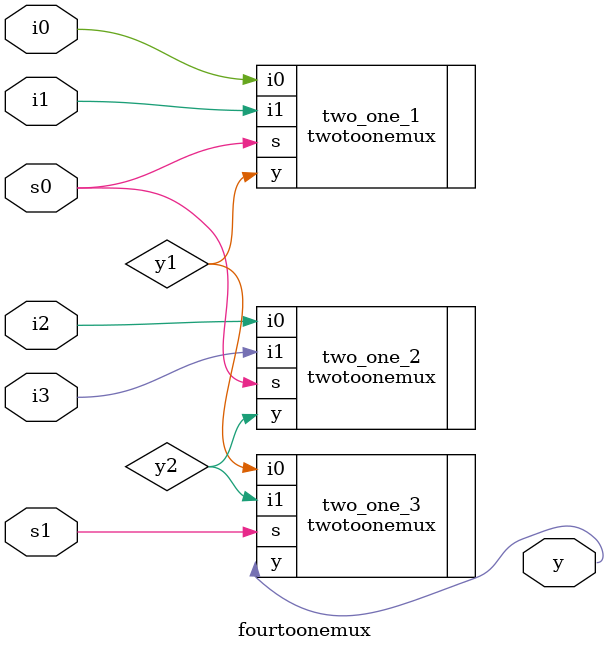
<source format=sv>
`timescale 1ns / 1ps


module fourtoonemux(
    input s0, s1, i0, i1, i2, i3,
    output y
    );
    logic y1, y2;
    twotoonemux two_one_1(
        .s(s0),
        .i0(i0),
        .i1(i1),
        .y(y1));
    twotoonemux two_one_2(
        .s(s0),
        .i0(i2),
        .i1(i3),
        .y(y2));
    twotoonemux two_one_3(
        .s(s1),
        .i0(y1),
        .i1(y2),
        .y(y));
endmodule

</source>
